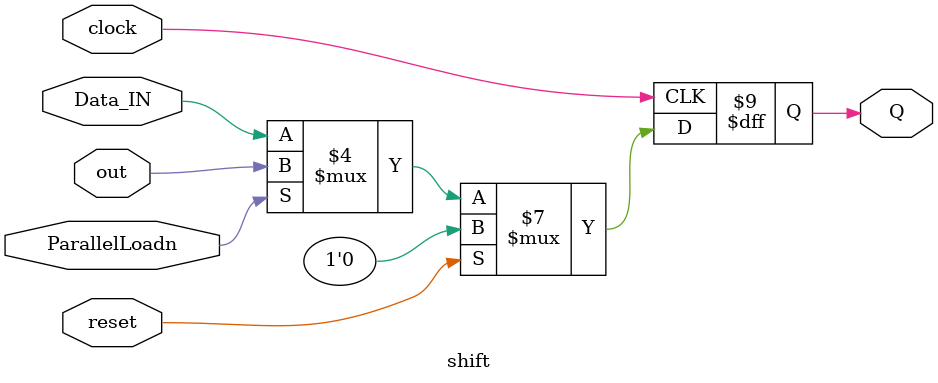
<source format=sv>
`timescale 1ns / 1ns // `timescale time_unit/time_precision

module part3(clock, reset, ParallelLoadn, RotateRight, ASRight, Data_IN, Q);
	input logic clock; 
	input logic reset; 
	input logic [3:0] Data_IN;
	input logic ParallelLoadn; 
	input logic RotateRight;
	input logic ASRight;
	output logic [3:0] Q;
	
	logic [3:0] out;
	logic temp;
	
	always_comb
		if(ParallelLoadn && RotateRight == 0)
		begin
		out[3] = Q[2];
		out[2] = Q[1];
		out[1] = Q[0];
		out[0] = Q[3];
		end
		else if(ParallelLoadn && RotateRight && ASRight == 0)
		begin
		out[2] = Q[3];
		out[1] = Q[2];
		out[0] = Q[1];
		out[3] = Q[0];
		end
		else if(ParallelLoadn && RotateRight && ASRight == 1)
		begin 
		out[3] = Q[3];
		out[2] = Q[3];
		out[1] = Q[2];
		out[0] = Q[1];
		end
		
	
	
		
	shift u0(Data_IN[0],out[0],  ParallelLoadn, clock, reset, Q[0]);
	shift u1(Data_IN[1], out[1],  ParallelLoadn, clock, reset, Q[1]);
	shift u2(Data_IN[2], out[2] , ParallelLoadn, clock, reset,  Q[2]);
	shift u3(Data_IN[3], out[3],ParallelLoadn, clock, reset,  Q[3]);




endmodule

module shift(Data_IN, out,ParallelLoadn, clock, reset, Q);
	input logic clock; 
	input logic reset; 
	input logic ParallelLoadn;
	input logic Data_IN;
	output logic Q;
	input logic out; 

	always_ff@(posedge clock)
	begin

	if(reset)
		Q <= 1'b0;
	else
		if(ParallelLoadn==0)
		Q <= Data_IN;
		else
		Q <= out;
		
		
	end
endmodule
		
</source>
